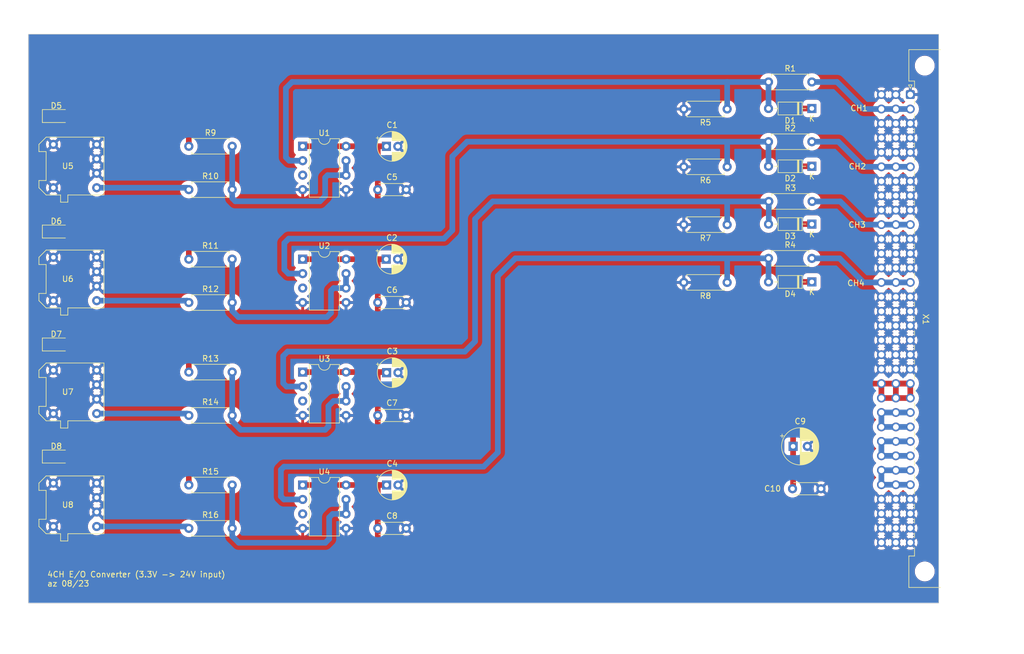
<source format=kicad_pcb>
(kicad_pcb (version 20221018) (generator pcbnew)

  (general
    (thickness 1.6)
  )

  (paper "A4")
  (layers
    (0 "F.Cu" signal)
    (31 "B.Cu" signal)
    (32 "B.Adhes" user "B.Adhesive")
    (33 "F.Adhes" user "F.Adhesive")
    (34 "B.Paste" user)
    (35 "F.Paste" user)
    (36 "B.SilkS" user "B.Silkscreen")
    (37 "F.SilkS" user "F.Silkscreen")
    (38 "B.Mask" user)
    (39 "F.Mask" user)
    (40 "Dwgs.User" user "User.Drawings")
    (41 "Cmts.User" user "User.Comments")
    (42 "Eco1.User" user "User.Eco1")
    (43 "Eco2.User" user "User.Eco2")
    (44 "Edge.Cuts" user)
    (45 "Margin" user)
    (46 "B.CrtYd" user "B.Courtyard")
    (47 "F.CrtYd" user "F.Courtyard")
    (48 "B.Fab" user)
    (49 "F.Fab" user)
    (50 "User.1" user)
    (51 "User.2" user)
    (52 "User.3" user)
    (53 "User.4" user)
    (54 "User.5" user)
    (55 "User.6" user)
    (56 "User.7" user)
    (57 "User.8" user)
    (58 "User.9" user)
  )

  (setup
    (stackup
      (layer "F.SilkS" (type "Top Silk Screen"))
      (layer "F.Paste" (type "Top Solder Paste"))
      (layer "F.Mask" (type "Top Solder Mask") (thickness 0.01))
      (layer "F.Cu" (type "copper") (thickness 0.035))
      (layer "dielectric 1" (type "core") (thickness 1.51) (material "FR4") (epsilon_r 4.5) (loss_tangent 0.02))
      (layer "B.Cu" (type "copper") (thickness 0.035))
      (layer "B.Mask" (type "Bottom Solder Mask") (thickness 0.01))
      (layer "B.Paste" (type "Bottom Solder Paste"))
      (layer "B.SilkS" (type "Bottom Silk Screen"))
      (copper_finish "None")
      (dielectric_constraints no)
    )
    (pad_to_mask_clearance 0)
    (pcbplotparams
      (layerselection 0x0001000_ffffffff)
      (plot_on_all_layers_selection 0x0000000_00000000)
      (disableapertmacros false)
      (usegerberextensions true)
      (usegerberattributes true)
      (usegerberadvancedattributes true)
      (creategerberjobfile false)
      (dashed_line_dash_ratio 12.000000)
      (dashed_line_gap_ratio 3.000000)
      (svgprecision 6)
      (plotframeref false)
      (viasonmask false)
      (mode 1)
      (useauxorigin false)
      (hpglpennumber 1)
      (hpglpenspeed 20)
      (hpglpendiameter 15.000000)
      (dxfpolygonmode true)
      (dxfimperialunits true)
      (dxfusepcbnewfont true)
      (psnegative false)
      (psa4output false)
      (plotreference true)
      (plotvalue true)
      (plotinvisibletext false)
      (sketchpadsonfab false)
      (subtractmaskfromsilk false)
      (outputformat 1)
      (mirror false)
      (drillshape 0)
      (scaleselection 1)
      (outputdirectory "gerber/")
    )
  )

  (net 0 "")
  (net 1 "+5V")
  (net 2 "GND")
  (net 3 "-15V")
  (net 4 "Net-(D2-A)")
  (net 5 "Net-(D3-A)")
  (net 6 "Net-(D4-A)")
  (net 7 "Net-(D5-A)")
  (net 8 "Net-(D6-A)")
  (net 9 "Net-(D7-A)")
  (net 10 "Net-(D8-A)")
  (net 11 "unconnected-(U1-NC-Pad3)")
  (net 12 "unconnected-(U2-NC-Pad3)")
  (net 13 "unconnected-(U3-NC-Pad3)")
  (net 14 "unconnected-(U4-NC-Pad3)")
  (net 15 "Net-(U5-ANODE)")
  (net 16 "+15V")
  (net 17 "+24V")
  (net 18 "Net-(U6-ANODE)")
  (net 19 "Net-(U7-ANODE)")
  (net 20 "Net-(U8-ANODE)")
  (net 21 "Net-(R13-Pad2)")
  (net 22 "Net-(R10-Pad2)")
  (net 23 "Net-(R11-Pad2)")
  (net 24 "Net-(R15-Pad2)")
  (net 25 "/CH1_IN")
  (net 26 "/CH2_IN")
  (net 27 "/CH3_IN")
  (net 28 "/CH4_IN")
  (net 29 "Net-(D1-A)")

  (footprint "Resistor_THT:R_Axial_DIN0207_L6.3mm_D2.5mm_P7.62mm_Horizontal" (layer "F.Cu") (at 63.19 55.7075))

  (footprint "Package_DIP:DIP-8_W7.62mm" (layer "F.Cu") (at 83.2 75.554166))

  (footprint "LED_SMD:LED_1206_3216Metric_Pad1.42x1.75mm_HandSolder" (layer "F.Cu") (at 39.9 110.25))

  (footprint "my_library:VME_connector_41612" (layer "F.Cu") (at 207.885 85.756 -90))

  (footprint "Capacitor_THT:CP_Radial_D5.0mm_P2.00mm" (layer "F.Cu") (at 97.944888 115.2475))

  (footprint "Capacitor_THT:CP_Radial_D6.3mm_P2.50mm" (layer "F.Cu") (at 169.4 108.45))

  (footprint "Diode_THT:D_DO-35_SOD27_P7.62mm_Horizontal" (layer "F.Cu") (at 172.7 79.55 180))

  (footprint "Resistor_THT:R_Axial_DIN0207_L6.3mm_D2.5mm_P7.62mm_Horizontal" (layer "F.Cu") (at 157.81 49.16 180))

  (footprint "Capacitor_THT:CP_Radial_D5.0mm_P2.00mm" (layer "F.Cu") (at 97.875 75.55))

  (footprint "LED_SMD:LED_1206_3216Metric_Pad1.42x1.75mm_HandSolder" (layer "F.Cu") (at 39.9 70.7))

  (footprint "LED_SMD:LED_1206_3216Metric_Pad1.42x1.75mm_HandSolder" (layer "F.Cu") (at 39.9 90.55))

  (footprint "Capacitor_THT:C_Disc_D4.3mm_W1.9mm_P5.00mm" (layer "F.Cu") (at 96.4 103.020832))

  (footprint "Resistor_THT:R_Axial_DIN0207_L6.3mm_D2.5mm_P7.62mm_Horizontal" (layer "F.Cu") (at 165.08 75.41))

  (footprint "Resistor_THT:R_Axial_DIN0207_L6.3mm_D2.5mm_P7.62mm_Horizontal" (layer "F.Cu") (at 63.19 103.020832))

  (footprint "Resistor_THT:R_Axial_DIN0207_L6.3mm_D2.5mm_P7.62mm_Horizontal" (layer "F.Cu") (at 157.81 69.48 180))

  (footprint "Capacitor_THT:C_Disc_D4.3mm_W1.9mm_P5.00mm" (layer "F.Cu") (at 96.4 63.3275))

  (footprint "my library:Versatile_Link" (layer "F.Cu") (at 41.92 85.386666 180))

  (footprint "Capacitor_THT:C_Disc_D4.3mm_W1.9mm_P5.00mm" (layer "F.Cu") (at 96.4 122.8675))

  (footprint "Package_DIP:DIP-8_W7.62mm" (layer "F.Cu") (at 83.2 95.400832))

  (footprint "LED_SMD:LED_1206_3216Metric_Pad1.42x1.75mm_HandSolder" (layer "F.Cu") (at 39.9 50.4))

  (footprint "Resistor_THT:R_Axial_DIN0207_L6.3mm_D2.5mm_P7.62mm_Horizontal" (layer "F.Cu") (at 63.19 63.3275))

  (footprint "Diode_THT:D_DO-35_SOD27_P7.62mm_Horizontal" (layer "F.Cu") (at 172.7 49.07 180))

  (footprint "Resistor_THT:R_Axial_DIN0207_L6.3mm_D2.5mm_P7.62mm_Horizontal" (layer "F.Cu") (at 165.08 44.41))

  (footprint "Resistor_THT:R_Axial_DIN0207_L6.3mm_D2.5mm_P7.62mm_Horizontal" (layer "F.Cu") (at 157.81 59.32 180))

  (footprint "Capacitor_THT:CP_Radial_D5.0mm_P2.00mm" (layer "F.Cu")
    (tstamp 965db0a5-cbc1-45ff-8e31-f4561cb04da6)
    (at 97.944888 95.5)
    (descr "CP, Radial series, Radial, pin pitch=2.00mm, , diameter=5mm, Electrolytic Capacitor")
    (tags "CP Radial series Radial pin pitch 2.00mm  diameter 5mm Electrolytic Capacitor")
    (property "Sheetfile" "84_4CH_Light_Pipe_TX_V2.kicad_sch")
    (property "Sheetname" "")
    (path "/602de81b-0601-452c-b5d2-6f08088412ab")
    (attr through_hole)
    (fp_text reference "C3" (at 1 -3.75) (layer "F.SilkS")
        (effects (font (size 1 1) (thickness 0.15)))
      (tstamp e15b4435-f979-4c15-a29b-30f8030c5b32)
    )
    (fp_text value "1u" (at 1 3.75) (layer "F.Fab")
        (effects (font (size 1 1) (thickness 0.15)))
      (tstamp 731fd547-34ee-490a-9857-ccf66424292b)
    )
    (fp_text user "${REFERENCE}" (at 1 0) (layer "F.Fab")
        (effects (font (size 1 1) (thickness 0.15)))
      (tstamp bf2521fa-1c1b-49a8-9ba4-947e6f23a416)
    )
    (fp_line (start -1.804775 -1.475) (end -1.304775 -1.475)
      (stroke (width 0.12) (type solid)) (layer "F.SilkS") (tstamp ba3ebcdb-267c-4706-b882-97116fb7a0a9))
    (fp_line (start -1.554775 -1.725) (end -1.554775 -1.225)
      (stroke (width 0.12) (type solid)) (layer "F.SilkS") (tstamp d9710f93-434c-4b82-bad5-65d6ccc209c4))
    (fp_line (start 1 -2.58) (end 1 -1.04)
      (stroke (width 0.12) (type solid)) (layer "F.SilkS") (tstamp adfe5c92-4bb6-4638-9dfd-b3b232035d90))
    (fp_line (start 1 1.04) (end 1 2.58)
      (stroke (width 0.12) (type solid)) (layer "F.SilkS") (tstamp c672e35d-abde-4680-8e02-3394a73b24bd))
    (fp_line (start 1.04 -2.58) (end 1.04 -1.04)
      (stroke (width 0.12) (type solid)) (layer "F.SilkS") (tstamp ac6e4e5f-dc43-49bd-9df7-db5a88a06b67))
    (fp_line (start 1.04 1.04) (end 1.04 2.58)
      (stroke (width 0.12) (type solid)) (layer "F.SilkS") (tstamp ba4f78d9-8cbb-41e8-9b40-c3aebc2ceb14))
    (fp_line (start 1.08 -2.579) (end 1.08 -1.04)
      (stroke (width 0.12) (type solid)) (layer "F.SilkS") (tstamp 2eee7931-8c94-4598-ac58-d7f7e4023223))
    (fp_line (start 1.08 1.04) (end 1.08 2.579)
      (stroke (width 0.12) (type solid)) (layer "F.SilkS") (tstamp 8ee00065-38bf-4eae-b541-77bc79ff649d))
    (fp_line (start 1.12 -2.578) (end 1.12 -1.04)
      (stroke (width 0.12) (type solid)) (layer "F.SilkS") (tstamp edc2a575-5ec5-4916-b2b6-c1982de3fb7c))
    (fp_line (start 1.12 1.04) (end 1.12 2.578)
      (stroke (width 0.12) (type solid)) (layer "F.SilkS") (tstamp 7c8bed3e-e4ba-4aab-bc4a-d7cb834ff3df))
    (fp_line (start 1.16 -2.576) (end 1.16 -1.04)
      (stroke (width 0.12) (type solid)) (layer "F.SilkS") (tstamp 74bcb0ac-4165-4fe3-8b28-0ab89f0ded59))
    (fp_line (start 1.16 1.04) (end 1.16 2.576)
      (stroke (width 0.12) (type solid)) (layer "F.SilkS") (tstamp 4c7185c9-5db1-4cc5-a376-ede01e4cf2ad))
    (fp_line (start 1.2 -2.573) (end 1.2 -1.04)
      (stroke (width 0.12) (type solid)) (layer "F.SilkS") (tstamp 99f65f1c-21a6-423a-aca5-cd2db84e202b))
    (fp_line (start 1.2 1.04) (end 1.2 2.573)
      (stroke (width 0.12) (type solid)) (layer "F.SilkS") (tstamp f3e2c2d1-9923-4041-97bd-b57eb72c4cc8))
    (fp_line (start 1.24 -2.569) (end 1.24 -1.04)
      (stroke (width 0.12) (type solid)) (layer "F.SilkS") (tstamp 8969d542-c4b8-40df-9edd-562a46b484b6))
    (fp_line (start 1.24 1.04) (end 1.24 2.569)
      (stroke (width 0.12) (type solid)) (layer "F.SilkS") (tstamp 6db6e0f1-c48d-413b-bb61-b4bb57f60705))
    (fp_line (start 1.28 -2.565) (end 1.28 -1.04)
      (stroke (width 0.12) (type solid)) (layer "F.SilkS") (tstamp 27257e16-05bc-49c6-a715-716b20f68628))
    (fp_line (start 1.28 1.04) (end 1.28 2.565)
      (stroke (width 0.12) (type solid)) (layer "F.SilkS") (tstamp bdaabf35-8926-43cd-ae3b-2236560c7387))
    (fp_line (start 1.32 -2.561) (end 1.32 -1.04)
      (stroke (width 0.12) (type solid)) (layer "F.SilkS") (tstamp ec74ee66-ccbf-4b06-ac3d-0a8920d196b2))
    (fp_line (start 1.32 1.04) (end 1.32 2.561)
      (stroke (width 0.12) (type solid)) (layer "F.SilkS") (tstamp 84e1df9c-9067-484f-b191-89172eff2c72))
    (fp_line (start 1.36 -2.556) (end 1.36 -1.04)
      (stroke (width 0.12) (type solid)) (layer "F.SilkS") (tstamp f41f7d4f-9cf7-44d1-9724-d2fe653f7bf4))
    (fp_line (start 1.36 1.04) (end 1.36 2.556)
      (stroke (width 0.12) (type solid)) (layer "F.SilkS") (tstamp ea627687-f2d2-412d-ad19-c1022934c476))
    (fp_line (start 1.4 -2.55) (end 1.4 -1.04)
      (stroke (width 0.12) (type solid)) (layer "F.SilkS") (tstamp 6f1d75a5-2f94-4611-815f-08eb25b2e0aa))
    (fp_line (start 1.4 1.04) (end 1.4 2.55)
      (stroke (width 0.12) (type solid)) (layer "F.SilkS") (tstamp 0e12ffe1-c35d-43d0-9229-b1f73084227a))
    (fp_line (start 1.44 -2.543) (end 1.44 -1.04)
      (stroke (width 0.12) (type solid)) (layer "F.SilkS") (tstamp a8b1329b-448a-4661-aa03-0ad9386c5f1f))
    (fp_line (start 1.44 1.04) (end 1.44 2.543)
      (stroke (width 0.12) (type solid)) (layer "F.SilkS") (tstamp adf50629-0c8c-4d91-a1dc-63642196b041))
    (fp_line (start 1.48 -2.536) (end 1.48 -1.04)
      (stroke (width 0.12) (type solid)) (layer "F.SilkS") (tstamp cdf96d7e-210e-4cdb-a93e-7a630254997e))
    (fp_line (start 1.48 1.04) (end 1.48 2.536)
      (stroke (width 0.12) (type solid)) (layer "F.SilkS") (tstamp ef54a9c0-8eb4-4d3e-87e5-23190c06bf92))
    (fp_line (start 1.52 -2.528) (end 1.52 -1.04)
      (stroke (width 0.12) (type solid)) (layer "F.SilkS") (tstamp 39e79efd-6f25-4f6c-a327-330f260b29d9))
    (fp_line (start 1.52 1.04) (end 1.52 2.528)
      (stroke (width 0.12) (type solid)) (layer "F.SilkS") (tstamp 35d6df7b-a88d-40fb-86e0-e6b20a79e3cc))
    (fp_line (start 1.56 -2.52) (end 1.56 -1.04)
      (stroke (width 0.12) (type solid)) (layer "F.SilkS") (tstamp 13c6f5a7-734a-470c-8f67-a14604075381))
    (fp_line (start 1.56 1.04) (end 1.56 2.52)
      (stroke (width 0.12) (type solid)) (layer "F.SilkS") (tstamp df80864b-b22f-4633-99f5-b032b2f8b89e))
    (fp_line (start 1.6 -2.511) (end 1.6 -1.04)
      (stroke (width 0.12) (type solid)) (layer "F.SilkS") (tstamp 86c5f3c0-725e-443f-9988-500c9a57e43d))
    (fp_line (start 1.6 1.04) (end 1.6 2.511)
      (stroke (width 0.12) (type solid)) (layer "F.SilkS") (tstamp 3dad6b6f-fd56-46bc-bdf2-d9cbebc0c5da))
    (fp_line (start 1.64 -2.501) (end 1.64 -1.04)
      (stroke (width 0.12) (type solid)) (layer "F.SilkS") (tstamp 93789e1c-7aad-4623-9d6d-370816c443a4))
    (fp_line (start 1.64 1.04) (end 1.64 2.501)
      (stroke (width 0.12) (type solid)) (layer "F.SilkS") (tstamp 929a4dba-5c5f-4746-879e-f1f22a4120ca))
    (fp_line (start 1.68 -2.491) (end 1.68 -1.04)
      (stroke (width 0.12) (type solid)) (layer "F.SilkS") (tstamp bed471a9-2c66-4cf8-a5db-dbc5901b82c7))
    (fp_line (start 1.68 1.04) (end 1.68 2.491)
      (stroke (width 0.12) (type solid)) (layer "F.SilkS") (tstamp f3093254-f517-460b-97ca-86d63f7e16ae))
    (fp_line (start 1.721 -2.48) (end 1.721 -1.04)
      (stroke (width 0.12) (type solid)) (layer "F.SilkS") (tstamp e6c57af7-ff32-48cd-8f57-b4f8d2b86625))
    (fp_line (start 1.721 1.04) (end 1.721 2.48)
      (stroke (width 0.12) (type solid)) (layer "F.SilkS") (tstamp 7466a77d-61cf-43fe-a571-17075f17162c))
    (fp_line (start 1.761 -2.468) (end 1.761 -1.04)
      (stroke (width 0.12) (type solid)) (layer "F.SilkS") (tstamp e1613c73-aeb3-4ab3-b8a7-c33b084d5491))
    (fp_line (start 1.761 1.04) (end 1.761 2.468)
      (stroke (width 0.12) (type solid)) (layer "F.SilkS") (tstamp aec624ec-dfe9-4c8c-ae0d-7215e5254fd2))
    (fp_line (start 1.801 -2.455) (end 1.801 -1.04)
      (stroke (width 0.12) (type solid)) (layer "F.SilkS") (tstamp 85f57cbb-9d57-4495-97af-50f682380fbd))
    (fp_line (start 1.801 1.04) (end 1.801 2.455)
      (stroke (width 0.12) (type solid)) (layer "F.SilkS") (tstamp 3203f375-1d6a-46b3-aa81-ff75b90da928))
    (fp_line (start 1.841 -2.442) (end 1.841 -1.04)
      (stroke (width 0.12) (type solid)) (layer "F.SilkS") (tstamp aad47128-d175-4542-8ae9-090dbabf3c18))
    (fp_line (start 1.841 1.04) (end 1.841 2.442)
      (stroke (width 0.12) (type solid)) (layer "F.SilkS") (tstamp 018a8a24-203a-4632-80f5-736ac06afc3b))
    (fp_line (start 1.881 -2.428) (end 1.881 -1.04)
      (stroke (width 0.12) (type solid)) (layer "F.SilkS") (tstamp 77004e57-82f1-4614-a516-3e2abb3d4c89))
    (fp_line (start 1.881 1.04) (end 1.881 2.428)
      (stroke (width 0.12) (type solid)) (layer "F.SilkS") (tstamp e9d32dda-1836-4811-a2af-2d9a1987178e))
    (fp_line (start 1.921 -2.414) (end 1.921 -1.04)
      (stroke (width 0.12) (type solid)) (layer "F.SilkS") (tstamp 55b13405-6997-44f4-8377-a2227c788c2f))
    (fp_line (start 1.921 1.04) (end 1.921 2.414)
      (stroke (width 0.12) (type solid)) (layer "F.SilkS") (tstamp b696c802-e27b-4e50-b24c-bb15ec3dbba8))
    (fp_line (start 1.961 -2.398) (end 1.961 -1.04)
      (stroke (width 0.12) (type solid)) (layer "F.SilkS") (tstamp 3166beef-8c72-4267-b16c-5282181b01b2))
    (fp_line (start 1.961 1.04) (end 1.961 2.398)
      (stroke (width 0.12) (type solid)) (layer "F.SilkS") (tstamp 7ce444a1-651e-4b8b-8ff1-8329fbcaad35))
    (fp_line (start 2.001 -2.382) (end 2.001 -1.04)
      (stroke (width 0.12) (type solid)) (layer "F.SilkS") (tstamp d6bfcf8a-0cd3-4e3d-a004-260b7b575039))
    (fp_line (start 2.001 1.04) (end 2.001 2.382)
      (stroke (width 0.12) (type solid)) (layer "F.SilkS") (tstamp ba040446-2134-4a8e-99d3-11f28df4ab1c))
    (fp_line (start 2.041 -2.365) (end 2.041 -1.04)
      (stroke (width 0.12) (type solid)) (layer "F.SilkS") (tstamp ed1f6a6d-97bb-496e-a7be-84a9179f9e84))
    (fp_line (start 2.041 1.04) (end 2.041 2.365)
      (stroke (width 0.12) (type solid)) (layer "F.SilkS") (tstamp 63ca83c1-f51d-4c27-92cc-27ee3ca3b798))
    (fp_line (start 2.081 -2.348) (end 2.081 -1.04)
      (stroke (width 0.12) (type solid)) (layer "F.SilkS") (tstamp a4c554c6-5876-4a43-b1d6-0c857da34d8f))
    (fp_line (start 2.081 1.04) (end 2.081 2.348)
      (stroke (width 0.12) (type solid)) (layer "F.SilkS") (tstamp 7f66219f-cb91-472d-a0df-88c714ad792f))
    (fp_line (start 2.121 -2.329) (end 2.121 -1.04)
      (stroke (width 0.12) (type solid)) (layer "F.SilkS") (tstamp f7c37d69-d028-4c19-bc2b-1d236956da92))
    (fp_line (start 2.121 1.04) (end 2.121 2.329)
      (stroke (width 0.12) (type solid)) (layer "F.SilkS") (tstamp cc58fb2e-0fe6-4a61-bff3-152d323870a1))
    (fp_line (start 2.161 -2.31) (end 2.161 -1.04)
      (stroke (width 0.12) (type solid)) (lay
... [860837 chars truncated]
</source>
